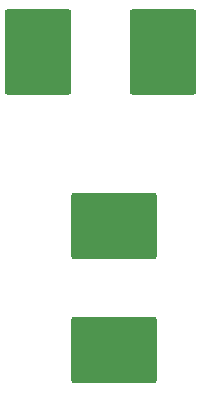
<source format=gbr>
%TF.GenerationSoftware,KiCad,Pcbnew,9.0.2*%
%TF.CreationDate,2025-06-10T12:21:51+08:00*%
%TF.ProjectId,BDU_TS,4244555f-5453-42e6-9b69-6361645f7063,rev?*%
%TF.SameCoordinates,Original*%
%TF.FileFunction,Paste,Top*%
%TF.FilePolarity,Positive*%
%FSLAX46Y46*%
G04 Gerber Fmt 4.6, Leading zero omitted, Abs format (unit mm)*
G04 Created by KiCad (PCBNEW 9.0.2) date 2025-06-10 12:21:51*
%MOMM*%
%LPD*%
G01*
G04 APERTURE LIST*
G04 Aperture macros list*
%AMRoundRect*
0 Rectangle with rounded corners*
0 $1 Rounding radius*
0 $2 $3 $4 $5 $6 $7 $8 $9 X,Y pos of 4 corners*
0 Add a 4 corners polygon primitive as box body*
4,1,4,$2,$3,$4,$5,$6,$7,$8,$9,$2,$3,0*
0 Add four circle primitives for the rounded corners*
1,1,$1+$1,$2,$3*
1,1,$1+$1,$4,$5*
1,1,$1+$1,$6,$7*
1,1,$1+$1,$8,$9*
0 Add four rect primitives between the rounded corners*
20,1,$1+$1,$2,$3,$4,$5,0*
20,1,$1+$1,$4,$5,$6,$7,0*
20,1,$1+$1,$6,$7,$8,$9,0*
20,1,$1+$1,$8,$9,$2,$3,0*%
G04 Aperture macros list end*
%ADD10RoundRect,0.251116X2.561384X3.376384X-2.561384X3.376384X-2.561384X-3.376384X2.561384X-3.376384X0*%
%ADD11RoundRect,0.251116X3.376384X-2.561384X3.376384X2.561384X-3.376384X2.561384X-3.376384X-2.561384X0*%
G04 APERTURE END LIST*
D10*
%TO.C,F10*%
X113100000Y-94725000D03*
X102550000Y-94725000D03*
%TD*%
D11*
%TO.C,F2*%
X109000000Y-120025000D03*
X109000000Y-109475000D03*
%TD*%
M02*

</source>
